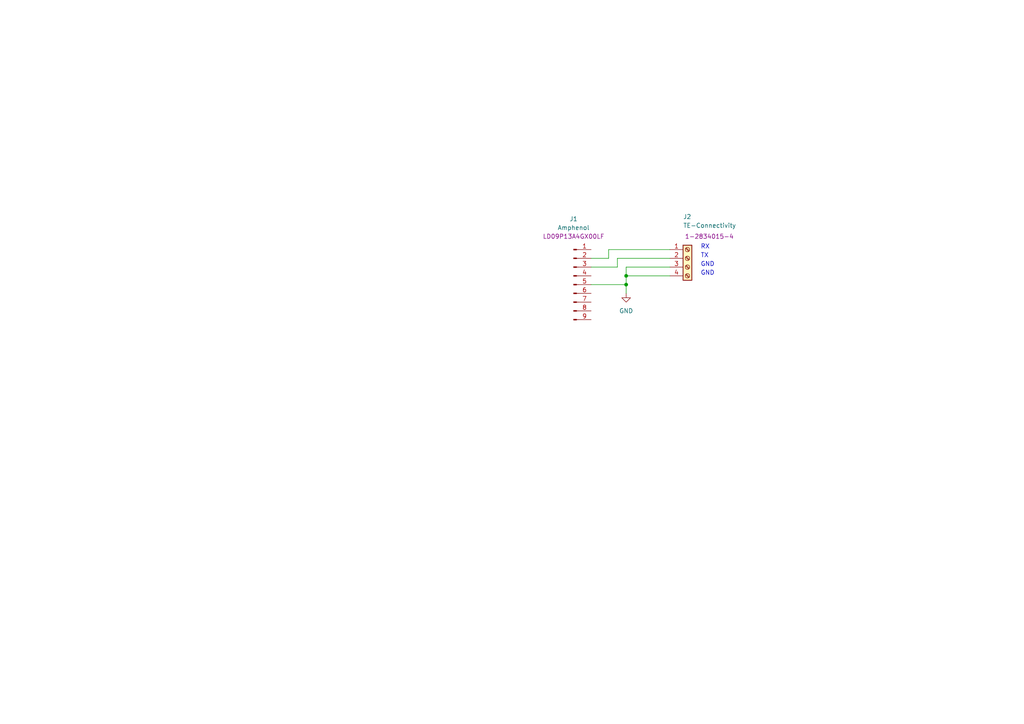
<source format=kicad_sch>
(kicad_sch
	(version 20231120)
	(generator "eeschema")
	(generator_version "8.0")
	(uuid "07db1b1e-54f3-4f70-a8f2-1f14277527a2")
	(paper "A4")
	(lib_symbols
		(symbol "Connector:Conn_01x09_Pin"
			(pin_names
				(offset 1.016) hide)
			(exclude_from_sim no)
			(in_bom yes)
			(on_board yes)
			(property "Reference" "J"
				(at 0 12.7 0)
				(effects
					(font
						(size 1.27 1.27)
					)
				)
			)
			(property "Value" "Conn_01x09_Pin"
				(at 0 -12.7 0)
				(effects
					(font
						(size 1.27 1.27)
					)
				)
			)
			(property "Footprint" ""
				(at 0 0 0)
				(effects
					(font
						(size 1.27 1.27)
					)
					(hide yes)
				)
			)
			(property "Datasheet" "~"
				(at 0 0 0)
				(effects
					(font
						(size 1.27 1.27)
					)
					(hide yes)
				)
			)
			(property "Description" "Generic connector, single row, 01x09, script generated"
				(at 0 0 0)
				(effects
					(font
						(size 1.27 1.27)
					)
					(hide yes)
				)
			)
			(property "ki_locked" ""
				(at 0 0 0)
				(effects
					(font
						(size 1.27 1.27)
					)
				)
			)
			(property "ki_keywords" "connector"
				(at 0 0 0)
				(effects
					(font
						(size 1.27 1.27)
					)
					(hide yes)
				)
			)
			(property "ki_fp_filters" "Connector*:*_1x??_*"
				(at 0 0 0)
				(effects
					(font
						(size 1.27 1.27)
					)
					(hide yes)
				)
			)
			(symbol "Conn_01x09_Pin_1_1"
				(polyline
					(pts
						(xy 1.27 -10.16) (xy 0.8636 -10.16)
					)
					(stroke
						(width 0.1524)
						(type default)
					)
					(fill
						(type none)
					)
				)
				(polyline
					(pts
						(xy 1.27 -7.62) (xy 0.8636 -7.62)
					)
					(stroke
						(width 0.1524)
						(type default)
					)
					(fill
						(type none)
					)
				)
				(polyline
					(pts
						(xy 1.27 -5.08) (xy 0.8636 -5.08)
					)
					(stroke
						(width 0.1524)
						(type default)
					)
					(fill
						(type none)
					)
				)
				(polyline
					(pts
						(xy 1.27 -2.54) (xy 0.8636 -2.54)
					)
					(stroke
						(width 0.1524)
						(type default)
					)
					(fill
						(type none)
					)
				)
				(polyline
					(pts
						(xy 1.27 0) (xy 0.8636 0)
					)
					(stroke
						(width 0.1524)
						(type default)
					)
					(fill
						(type none)
					)
				)
				(polyline
					(pts
						(xy 1.27 2.54) (xy 0.8636 2.54)
					)
					(stroke
						(width 0.1524)
						(type default)
					)
					(fill
						(type none)
					)
				)
				(polyline
					(pts
						(xy 1.27 5.08) (xy 0.8636 5.08)
					)
					(stroke
						(width 0.1524)
						(type default)
					)
					(fill
						(type none)
					)
				)
				(polyline
					(pts
						(xy 1.27 7.62) (xy 0.8636 7.62)
					)
					(stroke
						(width 0.1524)
						(type default)
					)
					(fill
						(type none)
					)
				)
				(polyline
					(pts
						(xy 1.27 10.16) (xy 0.8636 10.16)
					)
					(stroke
						(width 0.1524)
						(type default)
					)
					(fill
						(type none)
					)
				)
				(rectangle
					(start 0.8636 -10.033)
					(end 0 -10.287)
					(stroke
						(width 0.1524)
						(type default)
					)
					(fill
						(type outline)
					)
				)
				(rectangle
					(start 0.8636 -7.493)
					(end 0 -7.747)
					(stroke
						(width 0.1524)
						(type default)
					)
					(fill
						(type outline)
					)
				)
				(rectangle
					(start 0.8636 -4.953)
					(end 0 -5.207)
					(stroke
						(width 0.1524)
						(type default)
					)
					(fill
						(type outline)
					)
				)
				(rectangle
					(start 0.8636 -2.413)
					(end 0 -2.667)
					(stroke
						(width 0.1524)
						(type default)
					)
					(fill
						(type outline)
					)
				)
				(rectangle
					(start 0.8636 0.127)
					(end 0 -0.127)
					(stroke
						(width 0.1524)
						(type default)
					)
					(fill
						(type outline)
					)
				)
				(rectangle
					(start 0.8636 2.667)
					(end 0 2.413)
					(stroke
						(width 0.1524)
						(type default)
					)
					(fill
						(type outline)
					)
				)
				(rectangle
					(start 0.8636 5.207)
					(end 0 4.953)
					(stroke
						(width 0.1524)
						(type default)
					)
					(fill
						(type outline)
					)
				)
				(rectangle
					(start 0.8636 7.747)
					(end 0 7.493)
					(stroke
						(width 0.1524)
						(type default)
					)
					(fill
						(type outline)
					)
				)
				(rectangle
					(start 0.8636 10.287)
					(end 0 10.033)
					(stroke
						(width 0.1524)
						(type default)
					)
					(fill
						(type outline)
					)
				)
				(pin passive line
					(at 5.08 10.16 180)
					(length 3.81)
					(name "Pin_1"
						(effects
							(font
								(size 1.27 1.27)
							)
						)
					)
					(number "1"
						(effects
							(font
								(size 1.27 1.27)
							)
						)
					)
				)
				(pin passive line
					(at 5.08 7.62 180)
					(length 3.81)
					(name "Pin_2"
						(effects
							(font
								(size 1.27 1.27)
							)
						)
					)
					(number "2"
						(effects
							(font
								(size 1.27 1.27)
							)
						)
					)
				)
				(pin passive line
					(at 5.08 5.08 180)
					(length 3.81)
					(name "Pin_3"
						(effects
							(font
								(size 1.27 1.27)
							)
						)
					)
					(number "3"
						(effects
							(font
								(size 1.27 1.27)
							)
						)
					)
				)
				(pin passive line
					(at 5.08 2.54 180)
					(length 3.81)
					(name "Pin_4"
						(effects
							(font
								(size 1.27 1.27)
							)
						)
					)
					(number "4"
						(effects
							(font
								(size 1.27 1.27)
							)
						)
					)
				)
				(pin passive line
					(at 5.08 0 180)
					(length 3.81)
					(name "Pin_5"
						(effects
							(font
								(size 1.27 1.27)
							)
						)
					)
					(number "5"
						(effects
							(font
								(size 1.27 1.27)
							)
						)
					)
				)
				(pin passive line
					(at 5.08 -2.54 180)
					(length 3.81)
					(name "Pin_6"
						(effects
							(font
								(size 1.27 1.27)
							)
						)
					)
					(number "6"
						(effects
							(font
								(size 1.27 1.27)
							)
						)
					)
				)
				(pin passive line
					(at 5.08 -5.08 180)
					(length 3.81)
					(name "Pin_7"
						(effects
							(font
								(size 1.27 1.27)
							)
						)
					)
					(number "7"
						(effects
							(font
								(size 1.27 1.27)
							)
						)
					)
				)
				(pin passive line
					(at 5.08 -7.62 180)
					(length 3.81)
					(name "Pin_8"
						(effects
							(font
								(size 1.27 1.27)
							)
						)
					)
					(number "8"
						(effects
							(font
								(size 1.27 1.27)
							)
						)
					)
				)
				(pin passive line
					(at 5.08 -10.16 180)
					(length 3.81)
					(name "Pin_9"
						(effects
							(font
								(size 1.27 1.27)
							)
						)
					)
					(number "9"
						(effects
							(font
								(size 1.27 1.27)
							)
						)
					)
				)
			)
		)
		(symbol "Connector:Screw_Terminal_01x04"
			(pin_names
				(offset 1.016) hide)
			(exclude_from_sim no)
			(in_bom yes)
			(on_board yes)
			(property "Reference" "J"
				(at 0 5.08 0)
				(effects
					(font
						(size 1.27 1.27)
					)
				)
			)
			(property "Value" "Screw_Terminal_01x04"
				(at 0 -7.62 0)
				(effects
					(font
						(size 1.27 1.27)
					)
				)
			)
			(property "Footprint" ""
				(at 0 0 0)
				(effects
					(font
						(size 1.27 1.27)
					)
					(hide yes)
				)
			)
			(property "Datasheet" "~"
				(at 0 0 0)
				(effects
					(font
						(size 1.27 1.27)
					)
					(hide yes)
				)
			)
			(property "Description" "Generic screw terminal, single row, 01x04, script generated (kicad-library-utils/schlib/autogen/connector/)"
				(at 0 0 0)
				(effects
					(font
						(size 1.27 1.27)
					)
					(hide yes)
				)
			)
			(property "ki_keywords" "screw terminal"
				(at 0 0 0)
				(effects
					(font
						(size 1.27 1.27)
					)
					(hide yes)
				)
			)
			(property "ki_fp_filters" "TerminalBlock*:*"
				(at 0 0 0)
				(effects
					(font
						(size 1.27 1.27)
					)
					(hide yes)
				)
			)
			(symbol "Screw_Terminal_01x04_1_1"
				(rectangle
					(start -1.27 3.81)
					(end 1.27 -6.35)
					(stroke
						(width 0.254)
						(type default)
					)
					(fill
						(type background)
					)
				)
				(circle
					(center 0 -5.08)
					(radius 0.635)
					(stroke
						(width 0.1524)
						(type default)
					)
					(fill
						(type none)
					)
				)
				(circle
					(center 0 -2.54)
					(radius 0.635)
					(stroke
						(width 0.1524)
						(type default)
					)
					(fill
						(type none)
					)
				)
				(polyline
					(pts
						(xy -0.5334 -4.7498) (xy 0.3302 -5.588)
					)
					(stroke
						(width 0.1524)
						(type default)
					)
					(fill
						(type none)
					)
				)
				(polyline
					(pts
						(xy -0.5334 -2.2098) (xy 0.3302 -3.048)
					)
					(stroke
						(width 0.1524)
						(type default)
					)
					(fill
						(type none)
					)
				)
				(polyline
					(pts
						(xy -0.5334 0.3302) (xy 0.3302 -0.508)
					)
					(stroke
						(width 0.1524)
						(type default)
					)
					(fill
						(type none)
					)
				)
				(polyline
					(pts
						(xy -0.5334 2.8702) (xy 0.3302 2.032)
					)
					(stroke
						(width 0.1524)
						(type default)
					)
					(fill
						(type none)
					)
				)
				(polyline
					(pts
						(xy -0.3556 -4.572) (xy 0.508 -5.4102)
					)
					(stroke
						(width 0.1524)
						(type default)
					)
					(fill
						(type none)
					)
				)
				(polyline
					(pts
						(xy -0.3556 -2.032) (xy 0.508 -2.8702)
					)
					(stroke
						(width 0.1524)
						(type default)
					)
					(fill
						(type none)
					)
				)
				(polyline
					(pts
						(xy -0.3556 0.508) (xy 0.508 -0.3302)
					)
					(stroke
						(width 0.1524)
						(type default)
					)
					(fill
						(type none)
					)
				)
				(polyline
					(pts
						(xy -0.3556 3.048) (xy 0.508 2.2098)
					)
					(stroke
						(width 0.1524)
						(type default)
					)
					(fill
						(type none)
					)
				)
				(circle
					(center 0 0)
					(radius 0.635)
					(stroke
						(width 0.1524)
						(type default)
					)
					(fill
						(type none)
					)
				)
				(circle
					(center 0 2.54)
					(radius 0.635)
					(stroke
						(width 0.1524)
						(type default)
					)
					(fill
						(type none)
					)
				)
				(pin passive line
					(at -5.08 2.54 0)
					(length 3.81)
					(name "Pin_1"
						(effects
							(font
								(size 1.27 1.27)
							)
						)
					)
					(number "1"
						(effects
							(font
								(size 1.27 1.27)
							)
						)
					)
				)
				(pin passive line
					(at -5.08 0 0)
					(length 3.81)
					(name "Pin_2"
						(effects
							(font
								(size 1.27 1.27)
							)
						)
					)
					(number "2"
						(effects
							(font
								(size 1.27 1.27)
							)
						)
					)
				)
				(pin passive line
					(at -5.08 -2.54 0)
					(length 3.81)
					(name "Pin_3"
						(effects
							(font
								(size 1.27 1.27)
							)
						)
					)
					(number "3"
						(effects
							(font
								(size 1.27 1.27)
							)
						)
					)
				)
				(pin passive line
					(at -5.08 -5.08 0)
					(length 3.81)
					(name "Pin_4"
						(effects
							(font
								(size 1.27 1.27)
							)
						)
					)
					(number "4"
						(effects
							(font
								(size 1.27 1.27)
							)
						)
					)
				)
			)
		)
		(symbol "power:GND"
			(power)
			(pin_names
				(offset 0)
			)
			(exclude_from_sim no)
			(in_bom yes)
			(on_board yes)
			(property "Reference" "#PWR"
				(at 0 -6.35 0)
				(effects
					(font
						(size 1.27 1.27)
					)
					(hide yes)
				)
			)
			(property "Value" "GND"
				(at 0 -3.81 0)
				(effects
					(font
						(size 1.27 1.27)
					)
				)
			)
			(property "Footprint" ""
				(at 0 0 0)
				(effects
					(font
						(size 1.27 1.27)
					)
					(hide yes)
				)
			)
			(property "Datasheet" ""
				(at 0 0 0)
				(effects
					(font
						(size 1.27 1.27)
					)
					(hide yes)
				)
			)
			(property "Description" "Power symbol creates a global label with name \"GND\" , ground"
				(at 0 0 0)
				(effects
					(font
						(size 1.27 1.27)
					)
					(hide yes)
				)
			)
			(property "ki_keywords" "global power"
				(at 0 0 0)
				(effects
					(font
						(size 1.27 1.27)
					)
					(hide yes)
				)
			)
			(symbol "GND_0_1"
				(polyline
					(pts
						(xy 0 0) (xy 0 -1.27) (xy 1.27 -1.27) (xy 0 -2.54) (xy -1.27 -1.27) (xy 0 -1.27)
					)
					(stroke
						(width 0)
						(type default)
					)
					(fill
						(type none)
					)
				)
			)
			(symbol "GND_1_1"
				(pin power_in line
					(at 0 0 270)
					(length 0) hide
					(name "GND"
						(effects
							(font
								(size 1.27 1.27)
							)
						)
					)
					(number "1"
						(effects
							(font
								(size 1.27 1.27)
							)
						)
					)
				)
			)
		)
	)
	(junction
		(at 181.61 80.01)
		(diameter 0)
		(color 0 0 0 0)
		(uuid "4fdf8b6c-58e5-4819-ab98-4663d31760be")
	)
	(junction
		(at 181.61 82.55)
		(diameter 0)
		(color 0 0 0 0)
		(uuid "86690886-4894-4cb7-8977-334bb087ee64")
	)
	(wire
		(pts
			(xy 171.45 77.47) (xy 179.07 77.47)
		)
		(stroke
			(width 0)
			(type default)
		)
		(uuid "1b1625fb-578d-4f0b-9aff-6163b1ec398c")
	)
	(wire
		(pts
			(xy 171.45 82.55) (xy 181.61 82.55)
		)
		(stroke
			(width 0)
			(type default)
		)
		(uuid "3c4c45ce-8d4b-47ff-aa76-4bc47b8f5e46")
	)
	(wire
		(pts
			(xy 176.53 72.39) (xy 194.31 72.39)
		)
		(stroke
			(width 0)
			(type default)
		)
		(uuid "403f7cf1-82aa-43e7-a8a5-92f0dc672d96")
	)
	(wire
		(pts
			(xy 179.07 74.93) (xy 194.31 74.93)
		)
		(stroke
			(width 0)
			(type default)
		)
		(uuid "51b922a1-27b7-4f60-a333-66ee5b35c73c")
	)
	(wire
		(pts
			(xy 181.61 82.55) (xy 181.61 85.09)
		)
		(stroke
			(width 0)
			(type default)
		)
		(uuid "5973090c-97f5-4f75-a5cc-6ea6fb88b756")
	)
	(wire
		(pts
			(xy 176.53 72.39) (xy 176.53 74.93)
		)
		(stroke
			(width 0)
			(type default)
		)
		(uuid "63d3618a-2706-4a0b-920c-f1749b1e7867")
	)
	(wire
		(pts
			(xy 194.31 77.47) (xy 181.61 77.47)
		)
		(stroke
			(width 0)
			(type default)
		)
		(uuid "865d9a5b-e171-4dae-97ca-5cf68e2f6129")
	)
	(wire
		(pts
			(xy 171.45 74.93) (xy 176.53 74.93)
		)
		(stroke
			(width 0)
			(type default)
		)
		(uuid "96b08733-d105-4eb9-9648-d208549ee256")
	)
	(wire
		(pts
			(xy 181.61 80.01) (xy 194.31 80.01)
		)
		(stroke
			(width 0)
			(type default)
		)
		(uuid "aafab564-c817-48a9-b0fa-19a2bef6476c")
	)
	(wire
		(pts
			(xy 181.61 77.47) (xy 181.61 80.01)
		)
		(stroke
			(width 0)
			(type default)
		)
		(uuid "b98365df-9e04-45aa-8f93-07338303734b")
	)
	(wire
		(pts
			(xy 179.07 77.47) (xy 179.07 74.93)
		)
		(stroke
			(width 0)
			(type default)
		)
		(uuid "d382739f-ca72-42bb-8d6f-34b4c9a049c7")
	)
	(wire
		(pts
			(xy 181.61 82.55) (xy 181.61 80.01)
		)
		(stroke
			(width 0)
			(type default)
		)
		(uuid "df11b13a-c7e7-4285-8ec5-d84fdde83b42")
	)
	(text "TX"
		(exclude_from_sim no)
		(at 203.2 74.93 0)
		(effects
			(font
				(size 1.27 1.27)
			)
			(justify left bottom)
		)
		(uuid "53fa3148-fb96-4c39-9aa5-f7ba6ccd1020")
	)
	(text "RX"
		(exclude_from_sim no)
		(at 203.2 72.39 0)
		(effects
			(font
				(size 1.27 1.27)
			)
			(justify left bottom)
		)
		(uuid "70377e7a-7f45-43d6-9d41-e8a4ee1752f5")
	)
	(text "GND"
		(exclude_from_sim no)
		(at 203.2 80.01 0)
		(effects
			(font
				(size 1.27 1.27)
			)
			(justify left bottom)
		)
		(uuid "a39b1a40-1010-48e6-a6c0-04acbd3f4d36")
	)
	(text "GND\n"
		(exclude_from_sim no)
		(at 203.2 77.47 0)
		(effects
			(font
				(size 1.27 1.27)
			)
			(justify left bottom)
		)
		(uuid "b83ff656-7c26-4ca7-9521-1be03d6e3b26")
	)
	(symbol
		(lib_id "power:GND")
		(at 181.61 85.09 0)
		(unit 1)
		(exclude_from_sim no)
		(in_bom yes)
		(on_board yes)
		(dnp no)
		(fields_autoplaced yes)
		(uuid "1ce3c4ad-21ff-4694-a693-7dcd7724c772")
		(property "Reference" "#PWR01"
			(at 181.61 91.44 0)
			(effects
				(font
					(size 1.27 1.27)
				)
				(hide yes)
			)
		)
		(property "Value" "GND"
			(at 181.61 90.17 0)
			(effects
				(font
					(size 1.27 1.27)
				)
			)
		)
		(property "Footprint" ""
			(at 181.61 85.09 0)
			(effects
				(font
					(size 1.27 1.27)
				)
				(hide yes)
			)
		)
		(property "Datasheet" ""
			(at 181.61 85.09 0)
			(effects
				(font
					(size 1.27 1.27)
				)
				(hide yes)
			)
		)
		(property "Description" ""
			(at 181.61 85.09 0)
			(effects
				(font
					(size 1.27 1.27)
				)
				(hide yes)
			)
		)
		(pin "1"
			(uuid "ada56df8-1f6d-487c-8b04-cb5f9b234f23")
		)
		(instances
			(project "sub-d_terminal"
				(path "/07db1b1e-54f3-4f70-a8f2-1f14277527a2"
					(reference "#PWR01")
					(unit 1)
				)
			)
		)
	)
	(symbol
		(lib_id "Connector:Conn_01x09_Pin")
		(at 166.37 82.55 0)
		(unit 1)
		(exclude_from_sim no)
		(in_bom yes)
		(on_board yes)
		(dnp no)
		(uuid "475f227a-0f73-4261-b501-67f82f709c1b")
		(property "Reference" "J1"
			(at 166.37 63.5 0)
			(effects
				(font
					(size 1.27 1.27)
				)
			)
		)
		(property "Value" "Amphenol"
			(at 166.37 66.04 0)
			(effects
				(font
					(size 1.27 1.27)
				)
			)
		)
		(property "Footprint" "Connector_Dsub:DSUB-9_Female_Horizontal_P2.77x2.84mm_EdgePinOffset9.90mm_Housed_MountingHolesOffset11.32mm"
			(at 166.37 82.55 0)
			(effects
				(font
					(size 1.27 1.27)
				)
				(hide yes)
			)
		)
		(property "Datasheet" "~"
			(at 166.37 82.55 0)
			(effects
				(font
					(size 1.27 1.27)
				)
				(hide yes)
			)
		)
		(property "Description" ""
			(at 166.37 82.55 0)
			(effects
				(font
					(size 1.27 1.27)
				)
				(hide yes)
			)
		)
		(property "HSN" "LD09P13A4GX00LF"
			(at 166.37 68.58 0)
			(effects
				(font
					(size 1.27 1.27)
				)
			)
		)
		(property "ECS Art #" "CON023"
			(at 166.37 82.55 0)
			(effects
				(font
					(size 1.27 1.27)
				)
				(hide yes)
			)
		)
		(pin "1"
			(uuid "0d31a764-b7bb-4819-a7d8-db1d9c613f10")
		)
		(pin "2"
			(uuid "79d64bba-358b-477d-8404-59b65d8b6bae")
		)
		(pin "3"
			(uuid "64db5be5-c6c5-4193-b3e2-270dfb972835")
		)
		(pin "4"
			(uuid "bd401139-7b23-4573-bfef-1aa36345c798")
		)
		(pin "5"
			(uuid "56c72375-e05e-467c-a906-e43a51f57a48")
		)
		(pin "6"
			(uuid "4d8d0acc-0064-4b03-b3a8-718b0590742c")
		)
		(pin "7"
			(uuid "50a82c80-4198-40da-af3b-41c53ac3aec7")
		)
		(pin "8"
			(uuid "c88838ca-f081-4882-be51-954f0829d1f2")
		)
		(pin "9"
			(uuid "0e705e5e-0f41-463a-889e-e652d256c44e")
		)
		(instances
			(project "sub-d_terminal"
				(path "/07db1b1e-54f3-4f70-a8f2-1f14277527a2"
					(reference "J1")
					(unit 1)
				)
			)
		)
	)
	(symbol
		(lib_id "Connector:Screw_Terminal_01x04")
		(at 199.39 74.93 0)
		(unit 1)
		(exclude_from_sim no)
		(in_bom yes)
		(on_board yes)
		(dnp no)
		(uuid "c43a411d-06e2-447b-94bb-f72e4d60e904")
		(property "Reference" "J2"
			(at 198.12 62.865 0)
			(effects
				(font
					(size 1.27 1.27)
				)
				(justify left)
			)
		)
		(property "Value" "TE-Connectivity"
			(at 198.12 65.405 0)
			(effects
				(font
					(size 1.27 1.27)
				)
				(justify left)
			)
		)
		(property "Footprint" "Connector_Phoenix_SPT:PhoenixContact_SPT_2.5_4-V-5.0-EX_1x04_P5.0mm_Vertical"
			(at 199.39 74.93 0)
			(effects
				(font
					(size 1.27 1.27)
				)
				(hide yes)
			)
		)
		(property "Datasheet" "~"
			(at 199.39 74.93 0)
			(effects
				(font
					(size 1.27 1.27)
				)
				(hide yes)
			)
		)
		(property "Description" ""
			(at 199.39 74.93 0)
			(effects
				(font
					(size 1.27 1.27)
				)
				(hide yes)
			)
		)
		(property "HSN" "1-2834015-4"
			(at 205.74 68.58 0)
			(effects
				(font
					(size 1.27 1.27)
				)
			)
		)
		(property "Field5" ""
			(at 199.39 74.93 0)
			(effects
				(font
					(size 1.27 1.27)
				)
				(hide yes)
			)
		)
		(property "ECS Art #" "CON498"
			(at 199.39 74.93 0)
			(effects
				(font
					(size 1.27 1.27)
				)
				(hide yes)
			)
		)
		(pin "1"
			(uuid "286acd67-63a8-437a-9b26-b2247d531e09")
		)
		(pin "2"
			(uuid "2334bb06-4cd4-4c16-a627-8cdcb544cd38")
		)
		(pin "3"
			(uuid "426de4fb-aaf4-461b-aa1c-0597a53cdb5a")
		)
		(pin "4"
			(uuid "1da453fb-93cc-4d42-9d0d-abf49f51b4bc")
		)
		(instances
			(project "sub-d_terminal"
				(path "/07db1b1e-54f3-4f70-a8f2-1f14277527a2"
					(reference "J2")
					(unit 1)
				)
			)
		)
	)
	(sheet_instances
		(path "/"
			(page "1")
		)
	)
)
</source>
